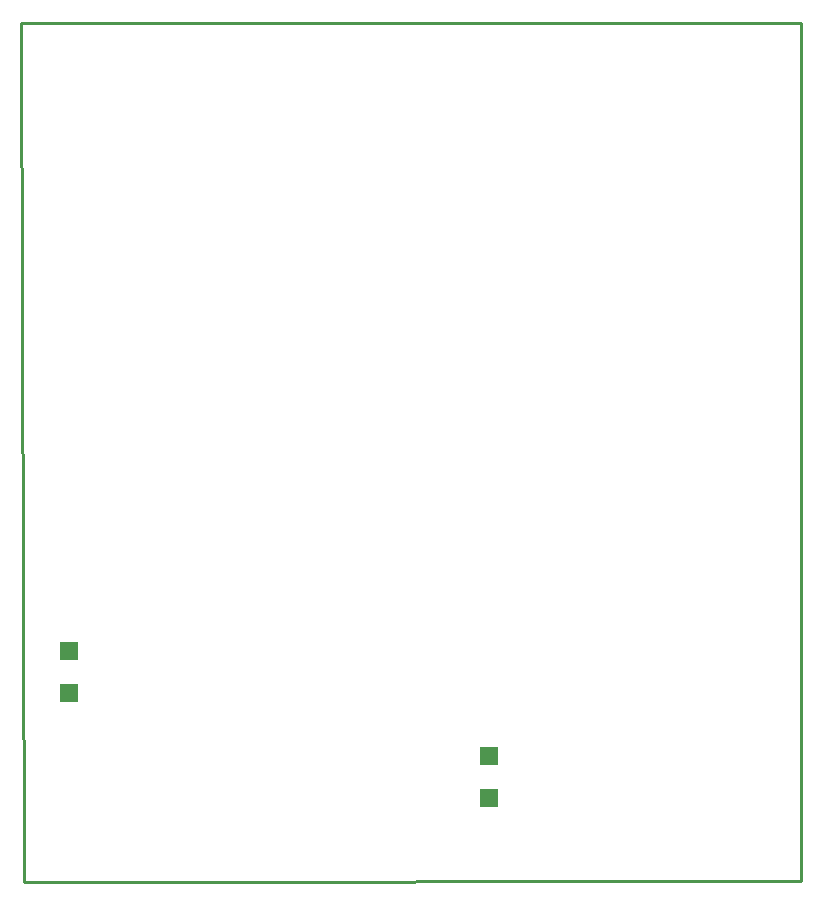
<source format=gtp>
G75*
%MOIN*%
%OFA0B0*%
%FSLAX25Y25*%
%IPPOS*%
%LPD*%
%AMOC8*
5,1,8,0,0,1.08239X$1,22.5*
%
%ADD10C,0.00000*%
%ADD11C,0.01000*%
%ADD12R,0.05906X0.05906*%
D10*
X0247600Y0001984D02*
X0261600Y0002284D01*
D11*
X0002600Y0001984D02*
X0001500Y0288384D01*
X0261500Y0288384D01*
X0261600Y0002284D01*
X0002600Y0001984D01*
D12*
X0017600Y0065094D03*
X0017600Y0078874D03*
X0157600Y0043874D03*
X0157600Y0030094D03*
M02*

</source>
